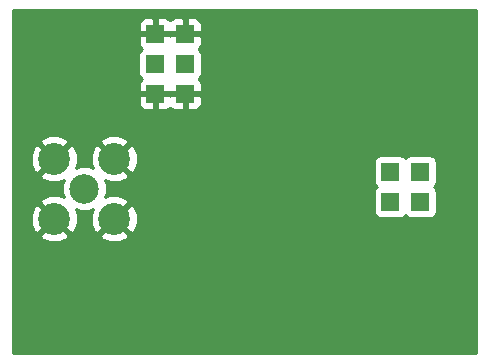
<source format=gbr>
G04 #@! TF.FileFunction,Copper,L1,Top,Signal*
%FSLAX46Y46*%
G04 Gerber Fmt 4.6, Leading zero omitted, Abs format (unit mm)*
G04 Created by KiCad (PCBNEW 201609251018+7233~55~ubuntu16.04.1-) date Thu Sep 29 13:06:48 2016*
%MOMM*%
%LPD*%
G01*
G04 APERTURE LIST*
%ADD10C,0.100000*%
%ADD11R,1.524000X1.524000*%
%ADD12C,6.000000*%
%ADD13C,2.500000*%
%ADD14C,2.700000*%
%ADD15C,0.800000*%
%ADD16C,0.400000*%
%ADD17C,0.254000*%
G04 APERTURE END LIST*
D10*
D11*
X101625400Y-73888600D03*
X99085400Y-73888600D03*
X101625400Y-71348600D03*
X99085400Y-71348600D03*
X101625400Y-68808600D03*
X99085400Y-68808600D03*
X121539000Y-83007200D03*
X118999000Y-83007200D03*
X121539000Y-80467200D03*
X118999000Y-80467200D03*
D12*
X91440000Y-91440000D03*
X91440000Y-71120000D03*
X121920000Y-71120000D03*
X121920000Y-91440000D03*
D13*
X93091000Y-81915000D03*
D14*
X95631000Y-84455000D03*
X90551000Y-84455000D03*
X90551000Y-79375000D03*
X95631000Y-79375000D03*
D15*
X102616000Y-87985600D03*
X104698800Y-89560400D03*
X108813600Y-87782400D03*
D16*
X102006400Y-89560400D02*
X102616000Y-88950800D01*
X102616000Y-88950800D02*
X102616000Y-87985600D01*
X104698800Y-89560400D02*
X102006400Y-89560400D01*
X108813600Y-87782400D02*
X107848400Y-86817200D01*
X107848400Y-86817200D02*
X101498400Y-86817200D01*
D17*
G36*
X126290000Y-95810000D02*
X87070000Y-95810000D01*
X87070000Y-85860593D01*
X89325012Y-85860593D01*
X89466478Y-86163782D01*
X90202955Y-86448737D01*
X90992418Y-86430164D01*
X91635522Y-86163782D01*
X91776988Y-85860593D01*
X94405012Y-85860593D01*
X94546478Y-86163782D01*
X95282955Y-86448737D01*
X96072418Y-86430164D01*
X96715522Y-86163782D01*
X96856988Y-85860593D01*
X95631000Y-84634605D01*
X94405012Y-85860593D01*
X91776988Y-85860593D01*
X90551000Y-84634605D01*
X89325012Y-85860593D01*
X87070000Y-85860593D01*
X87070000Y-84106955D01*
X88557263Y-84106955D01*
X88575836Y-84896418D01*
X88842218Y-85539522D01*
X89145407Y-85680988D01*
X90371395Y-84455000D01*
X89145407Y-83229012D01*
X88842218Y-83370478D01*
X88557263Y-84106955D01*
X87070000Y-84106955D01*
X87070000Y-80780593D01*
X89325012Y-80780593D01*
X89466478Y-81083782D01*
X90202955Y-81368737D01*
X90992418Y-81350164D01*
X91345164Y-81204052D01*
X91206328Y-81538405D01*
X91205674Y-82288305D01*
X91349087Y-82635392D01*
X90899045Y-82461263D01*
X90109582Y-82479836D01*
X89466478Y-82746218D01*
X89325012Y-83049407D01*
X90551000Y-84275395D01*
X90565143Y-84261253D01*
X90744748Y-84440858D01*
X90730605Y-84455000D01*
X91956593Y-85680988D01*
X92259782Y-85539522D01*
X92544737Y-84803045D01*
X92526164Y-84013582D01*
X92380052Y-83660836D01*
X92714405Y-83799672D01*
X93464305Y-83800326D01*
X93811392Y-83656913D01*
X93637263Y-84106955D01*
X93655836Y-84896418D01*
X93922218Y-85539522D01*
X94225407Y-85680988D01*
X95451395Y-84455000D01*
X95810605Y-84455000D01*
X97036593Y-85680988D01*
X97339782Y-85539522D01*
X97624737Y-84803045D01*
X97606164Y-84013582D01*
X97339782Y-83370478D01*
X97036593Y-83229012D01*
X95810605Y-84455000D01*
X95451395Y-84455000D01*
X95437253Y-84440858D01*
X95616858Y-84261253D01*
X95631000Y-84275395D01*
X96856988Y-83049407D01*
X96715522Y-82746218D01*
X95979045Y-82461263D01*
X95189582Y-82479836D01*
X94836836Y-82625948D01*
X94975672Y-82291595D01*
X94976326Y-81541695D01*
X94832913Y-81194608D01*
X95282955Y-81368737D01*
X96072418Y-81350164D01*
X96715522Y-81083782D01*
X96856988Y-80780593D01*
X95631000Y-79554605D01*
X95616858Y-79568748D01*
X95437253Y-79389143D01*
X95451395Y-79375000D01*
X95810605Y-79375000D01*
X97036593Y-80600988D01*
X97339782Y-80459522D01*
X97624737Y-79723045D01*
X97624318Y-79705200D01*
X117589560Y-79705200D01*
X117589560Y-81229200D01*
X117638843Y-81476965D01*
X117779191Y-81687009D01*
X117854307Y-81737200D01*
X117779191Y-81787391D01*
X117638843Y-81997435D01*
X117589560Y-82245200D01*
X117589560Y-83769200D01*
X117638843Y-84016965D01*
X117779191Y-84227009D01*
X117989235Y-84367357D01*
X118237000Y-84416640D01*
X119761000Y-84416640D01*
X120008765Y-84367357D01*
X120218809Y-84227009D01*
X120269000Y-84151893D01*
X120319191Y-84227009D01*
X120529235Y-84367357D01*
X120777000Y-84416640D01*
X122301000Y-84416640D01*
X122548765Y-84367357D01*
X122758809Y-84227009D01*
X122899157Y-84016965D01*
X122948440Y-83769200D01*
X122948440Y-82245200D01*
X122899157Y-81997435D01*
X122758809Y-81787391D01*
X122683693Y-81737200D01*
X122758809Y-81687009D01*
X122899157Y-81476965D01*
X122948440Y-81229200D01*
X122948440Y-79705200D01*
X122899157Y-79457435D01*
X122758809Y-79247391D01*
X122548765Y-79107043D01*
X122301000Y-79057760D01*
X120777000Y-79057760D01*
X120529235Y-79107043D01*
X120319191Y-79247391D01*
X120269000Y-79322507D01*
X120218809Y-79247391D01*
X120008765Y-79107043D01*
X119761000Y-79057760D01*
X118237000Y-79057760D01*
X117989235Y-79107043D01*
X117779191Y-79247391D01*
X117638843Y-79457435D01*
X117589560Y-79705200D01*
X97624318Y-79705200D01*
X97606164Y-78933582D01*
X97339782Y-78290478D01*
X97036593Y-78149012D01*
X95810605Y-79375000D01*
X95451395Y-79375000D01*
X94225407Y-78149012D01*
X93922218Y-78290478D01*
X93637263Y-79026955D01*
X93655836Y-79816418D01*
X93801948Y-80169164D01*
X93467595Y-80030328D01*
X92717695Y-80029674D01*
X92370608Y-80173087D01*
X92544737Y-79723045D01*
X92526164Y-78933582D01*
X92259782Y-78290478D01*
X91956593Y-78149012D01*
X90730605Y-79375000D01*
X90744748Y-79389143D01*
X90565143Y-79568748D01*
X90551000Y-79554605D01*
X89325012Y-80780593D01*
X87070000Y-80780593D01*
X87070000Y-79026955D01*
X88557263Y-79026955D01*
X88575836Y-79816418D01*
X88842218Y-80459522D01*
X89145407Y-80600988D01*
X90371395Y-79375000D01*
X89145407Y-78149012D01*
X88842218Y-78290478D01*
X88557263Y-79026955D01*
X87070000Y-79026955D01*
X87070000Y-77969407D01*
X89325012Y-77969407D01*
X90551000Y-79195395D01*
X91776988Y-77969407D01*
X94405012Y-77969407D01*
X95631000Y-79195395D01*
X96856988Y-77969407D01*
X96715522Y-77666218D01*
X95979045Y-77381263D01*
X95189582Y-77399836D01*
X94546478Y-77666218D01*
X94405012Y-77969407D01*
X91776988Y-77969407D01*
X91635522Y-77666218D01*
X90899045Y-77381263D01*
X90109582Y-77399836D01*
X89466478Y-77666218D01*
X89325012Y-77969407D01*
X87070000Y-77969407D01*
X87070000Y-74174350D01*
X97688400Y-74174350D01*
X97688400Y-74776910D01*
X97785073Y-75010299D01*
X97963702Y-75188927D01*
X98197091Y-75285600D01*
X98799650Y-75285600D01*
X98958400Y-75126850D01*
X98958400Y-74015600D01*
X99212400Y-74015600D01*
X99212400Y-75126850D01*
X99371150Y-75285600D01*
X99973709Y-75285600D01*
X100207098Y-75188927D01*
X100355400Y-75040626D01*
X100503702Y-75188927D01*
X100737091Y-75285600D01*
X101339650Y-75285600D01*
X101498400Y-75126850D01*
X101498400Y-74015600D01*
X101752400Y-74015600D01*
X101752400Y-75126850D01*
X101911150Y-75285600D01*
X102513709Y-75285600D01*
X102747098Y-75188927D01*
X102925727Y-75010299D01*
X103022400Y-74776910D01*
X103022400Y-74174350D01*
X102863650Y-74015600D01*
X101752400Y-74015600D01*
X101498400Y-74015600D01*
X100387150Y-74015600D01*
X100355400Y-74047350D01*
X100323650Y-74015600D01*
X99212400Y-74015600D01*
X98958400Y-74015600D01*
X97847150Y-74015600D01*
X97688400Y-74174350D01*
X87070000Y-74174350D01*
X87070000Y-70586600D01*
X97675960Y-70586600D01*
X97675960Y-72110600D01*
X97725243Y-72358365D01*
X97865591Y-72568409D01*
X97936312Y-72615663D01*
X97785073Y-72766901D01*
X97688400Y-73000290D01*
X97688400Y-73602850D01*
X97847150Y-73761600D01*
X98958400Y-73761600D01*
X98958400Y-73741600D01*
X99212400Y-73741600D01*
X99212400Y-73761600D01*
X100323650Y-73761600D01*
X100355400Y-73729850D01*
X100387150Y-73761600D01*
X101498400Y-73761600D01*
X101498400Y-73741600D01*
X101752400Y-73741600D01*
X101752400Y-73761600D01*
X102863650Y-73761600D01*
X103022400Y-73602850D01*
X103022400Y-73000290D01*
X102925727Y-72766901D01*
X102774488Y-72615663D01*
X102845209Y-72568409D01*
X102985557Y-72358365D01*
X103034840Y-72110600D01*
X103034840Y-70586600D01*
X102985557Y-70338835D01*
X102845209Y-70128791D01*
X102774488Y-70081537D01*
X102925727Y-69930299D01*
X103022400Y-69696910D01*
X103022400Y-69094350D01*
X102863650Y-68935600D01*
X101752400Y-68935600D01*
X101752400Y-68955600D01*
X101498400Y-68955600D01*
X101498400Y-68935600D01*
X100387150Y-68935600D01*
X100355400Y-68967350D01*
X100323650Y-68935600D01*
X99212400Y-68935600D01*
X99212400Y-68955600D01*
X98958400Y-68955600D01*
X98958400Y-68935600D01*
X97847150Y-68935600D01*
X97688400Y-69094350D01*
X97688400Y-69696910D01*
X97785073Y-69930299D01*
X97936312Y-70081537D01*
X97865591Y-70128791D01*
X97725243Y-70338835D01*
X97675960Y-70586600D01*
X87070000Y-70586600D01*
X87070000Y-67920290D01*
X97688400Y-67920290D01*
X97688400Y-68522850D01*
X97847150Y-68681600D01*
X98958400Y-68681600D01*
X98958400Y-67570350D01*
X99212400Y-67570350D01*
X99212400Y-68681600D01*
X100323650Y-68681600D01*
X100355400Y-68649850D01*
X100387150Y-68681600D01*
X101498400Y-68681600D01*
X101498400Y-67570350D01*
X101752400Y-67570350D01*
X101752400Y-68681600D01*
X102863650Y-68681600D01*
X103022400Y-68522850D01*
X103022400Y-67920290D01*
X102925727Y-67686901D01*
X102747098Y-67508273D01*
X102513709Y-67411600D01*
X101911150Y-67411600D01*
X101752400Y-67570350D01*
X101498400Y-67570350D01*
X101339650Y-67411600D01*
X100737091Y-67411600D01*
X100503702Y-67508273D01*
X100355400Y-67656574D01*
X100207098Y-67508273D01*
X99973709Y-67411600D01*
X99371150Y-67411600D01*
X99212400Y-67570350D01*
X98958400Y-67570350D01*
X98799650Y-67411600D01*
X98197091Y-67411600D01*
X97963702Y-67508273D01*
X97785073Y-67686901D01*
X97688400Y-67920290D01*
X87070000Y-67920290D01*
X87070000Y-66750000D01*
X126290000Y-66750000D01*
X126290000Y-95810000D01*
X126290000Y-95810000D01*
G37*
X126290000Y-95810000D02*
X87070000Y-95810000D01*
X87070000Y-85860593D01*
X89325012Y-85860593D01*
X89466478Y-86163782D01*
X90202955Y-86448737D01*
X90992418Y-86430164D01*
X91635522Y-86163782D01*
X91776988Y-85860593D01*
X94405012Y-85860593D01*
X94546478Y-86163782D01*
X95282955Y-86448737D01*
X96072418Y-86430164D01*
X96715522Y-86163782D01*
X96856988Y-85860593D01*
X95631000Y-84634605D01*
X94405012Y-85860593D01*
X91776988Y-85860593D01*
X90551000Y-84634605D01*
X89325012Y-85860593D01*
X87070000Y-85860593D01*
X87070000Y-84106955D01*
X88557263Y-84106955D01*
X88575836Y-84896418D01*
X88842218Y-85539522D01*
X89145407Y-85680988D01*
X90371395Y-84455000D01*
X89145407Y-83229012D01*
X88842218Y-83370478D01*
X88557263Y-84106955D01*
X87070000Y-84106955D01*
X87070000Y-80780593D01*
X89325012Y-80780593D01*
X89466478Y-81083782D01*
X90202955Y-81368737D01*
X90992418Y-81350164D01*
X91345164Y-81204052D01*
X91206328Y-81538405D01*
X91205674Y-82288305D01*
X91349087Y-82635392D01*
X90899045Y-82461263D01*
X90109582Y-82479836D01*
X89466478Y-82746218D01*
X89325012Y-83049407D01*
X90551000Y-84275395D01*
X90565143Y-84261253D01*
X90744748Y-84440858D01*
X90730605Y-84455000D01*
X91956593Y-85680988D01*
X92259782Y-85539522D01*
X92544737Y-84803045D01*
X92526164Y-84013582D01*
X92380052Y-83660836D01*
X92714405Y-83799672D01*
X93464305Y-83800326D01*
X93811392Y-83656913D01*
X93637263Y-84106955D01*
X93655836Y-84896418D01*
X93922218Y-85539522D01*
X94225407Y-85680988D01*
X95451395Y-84455000D01*
X95810605Y-84455000D01*
X97036593Y-85680988D01*
X97339782Y-85539522D01*
X97624737Y-84803045D01*
X97606164Y-84013582D01*
X97339782Y-83370478D01*
X97036593Y-83229012D01*
X95810605Y-84455000D01*
X95451395Y-84455000D01*
X95437253Y-84440858D01*
X95616858Y-84261253D01*
X95631000Y-84275395D01*
X96856988Y-83049407D01*
X96715522Y-82746218D01*
X95979045Y-82461263D01*
X95189582Y-82479836D01*
X94836836Y-82625948D01*
X94975672Y-82291595D01*
X94976326Y-81541695D01*
X94832913Y-81194608D01*
X95282955Y-81368737D01*
X96072418Y-81350164D01*
X96715522Y-81083782D01*
X96856988Y-80780593D01*
X95631000Y-79554605D01*
X95616858Y-79568748D01*
X95437253Y-79389143D01*
X95451395Y-79375000D01*
X95810605Y-79375000D01*
X97036593Y-80600988D01*
X97339782Y-80459522D01*
X97624737Y-79723045D01*
X97624318Y-79705200D01*
X117589560Y-79705200D01*
X117589560Y-81229200D01*
X117638843Y-81476965D01*
X117779191Y-81687009D01*
X117854307Y-81737200D01*
X117779191Y-81787391D01*
X117638843Y-81997435D01*
X117589560Y-82245200D01*
X117589560Y-83769200D01*
X117638843Y-84016965D01*
X117779191Y-84227009D01*
X117989235Y-84367357D01*
X118237000Y-84416640D01*
X119761000Y-84416640D01*
X120008765Y-84367357D01*
X120218809Y-84227009D01*
X120269000Y-84151893D01*
X120319191Y-84227009D01*
X120529235Y-84367357D01*
X120777000Y-84416640D01*
X122301000Y-84416640D01*
X122548765Y-84367357D01*
X122758809Y-84227009D01*
X122899157Y-84016965D01*
X122948440Y-83769200D01*
X122948440Y-82245200D01*
X122899157Y-81997435D01*
X122758809Y-81787391D01*
X122683693Y-81737200D01*
X122758809Y-81687009D01*
X122899157Y-81476965D01*
X122948440Y-81229200D01*
X122948440Y-79705200D01*
X122899157Y-79457435D01*
X122758809Y-79247391D01*
X122548765Y-79107043D01*
X122301000Y-79057760D01*
X120777000Y-79057760D01*
X120529235Y-79107043D01*
X120319191Y-79247391D01*
X120269000Y-79322507D01*
X120218809Y-79247391D01*
X120008765Y-79107043D01*
X119761000Y-79057760D01*
X118237000Y-79057760D01*
X117989235Y-79107043D01*
X117779191Y-79247391D01*
X117638843Y-79457435D01*
X117589560Y-79705200D01*
X97624318Y-79705200D01*
X97606164Y-78933582D01*
X97339782Y-78290478D01*
X97036593Y-78149012D01*
X95810605Y-79375000D01*
X95451395Y-79375000D01*
X94225407Y-78149012D01*
X93922218Y-78290478D01*
X93637263Y-79026955D01*
X93655836Y-79816418D01*
X93801948Y-80169164D01*
X93467595Y-80030328D01*
X92717695Y-80029674D01*
X92370608Y-80173087D01*
X92544737Y-79723045D01*
X92526164Y-78933582D01*
X92259782Y-78290478D01*
X91956593Y-78149012D01*
X90730605Y-79375000D01*
X90744748Y-79389143D01*
X90565143Y-79568748D01*
X90551000Y-79554605D01*
X89325012Y-80780593D01*
X87070000Y-80780593D01*
X87070000Y-79026955D01*
X88557263Y-79026955D01*
X88575836Y-79816418D01*
X88842218Y-80459522D01*
X89145407Y-80600988D01*
X90371395Y-79375000D01*
X89145407Y-78149012D01*
X88842218Y-78290478D01*
X88557263Y-79026955D01*
X87070000Y-79026955D01*
X87070000Y-77969407D01*
X89325012Y-77969407D01*
X90551000Y-79195395D01*
X91776988Y-77969407D01*
X94405012Y-77969407D01*
X95631000Y-79195395D01*
X96856988Y-77969407D01*
X96715522Y-77666218D01*
X95979045Y-77381263D01*
X95189582Y-77399836D01*
X94546478Y-77666218D01*
X94405012Y-77969407D01*
X91776988Y-77969407D01*
X91635522Y-77666218D01*
X90899045Y-77381263D01*
X90109582Y-77399836D01*
X89466478Y-77666218D01*
X89325012Y-77969407D01*
X87070000Y-77969407D01*
X87070000Y-74174350D01*
X97688400Y-74174350D01*
X97688400Y-74776910D01*
X97785073Y-75010299D01*
X97963702Y-75188927D01*
X98197091Y-75285600D01*
X98799650Y-75285600D01*
X98958400Y-75126850D01*
X98958400Y-74015600D01*
X99212400Y-74015600D01*
X99212400Y-75126850D01*
X99371150Y-75285600D01*
X99973709Y-75285600D01*
X100207098Y-75188927D01*
X100355400Y-75040626D01*
X100503702Y-75188927D01*
X100737091Y-75285600D01*
X101339650Y-75285600D01*
X101498400Y-75126850D01*
X101498400Y-74015600D01*
X101752400Y-74015600D01*
X101752400Y-75126850D01*
X101911150Y-75285600D01*
X102513709Y-75285600D01*
X102747098Y-75188927D01*
X102925727Y-75010299D01*
X103022400Y-74776910D01*
X103022400Y-74174350D01*
X102863650Y-74015600D01*
X101752400Y-74015600D01*
X101498400Y-74015600D01*
X100387150Y-74015600D01*
X100355400Y-74047350D01*
X100323650Y-74015600D01*
X99212400Y-74015600D01*
X98958400Y-74015600D01*
X97847150Y-74015600D01*
X97688400Y-74174350D01*
X87070000Y-74174350D01*
X87070000Y-70586600D01*
X97675960Y-70586600D01*
X97675960Y-72110600D01*
X97725243Y-72358365D01*
X97865591Y-72568409D01*
X97936312Y-72615663D01*
X97785073Y-72766901D01*
X97688400Y-73000290D01*
X97688400Y-73602850D01*
X97847150Y-73761600D01*
X98958400Y-73761600D01*
X98958400Y-73741600D01*
X99212400Y-73741600D01*
X99212400Y-73761600D01*
X100323650Y-73761600D01*
X100355400Y-73729850D01*
X100387150Y-73761600D01*
X101498400Y-73761600D01*
X101498400Y-73741600D01*
X101752400Y-73741600D01*
X101752400Y-73761600D01*
X102863650Y-73761600D01*
X103022400Y-73602850D01*
X103022400Y-73000290D01*
X102925727Y-72766901D01*
X102774488Y-72615663D01*
X102845209Y-72568409D01*
X102985557Y-72358365D01*
X103034840Y-72110600D01*
X103034840Y-70586600D01*
X102985557Y-70338835D01*
X102845209Y-70128791D01*
X102774488Y-70081537D01*
X102925727Y-69930299D01*
X103022400Y-69696910D01*
X103022400Y-69094350D01*
X102863650Y-68935600D01*
X101752400Y-68935600D01*
X101752400Y-68955600D01*
X101498400Y-68955600D01*
X101498400Y-68935600D01*
X100387150Y-68935600D01*
X100355400Y-68967350D01*
X100323650Y-68935600D01*
X99212400Y-68935600D01*
X99212400Y-68955600D01*
X98958400Y-68955600D01*
X98958400Y-68935600D01*
X97847150Y-68935600D01*
X97688400Y-69094350D01*
X97688400Y-69696910D01*
X97785073Y-69930299D01*
X97936312Y-70081537D01*
X97865591Y-70128791D01*
X97725243Y-70338835D01*
X97675960Y-70586600D01*
X87070000Y-70586600D01*
X87070000Y-67920290D01*
X97688400Y-67920290D01*
X97688400Y-68522850D01*
X97847150Y-68681600D01*
X98958400Y-68681600D01*
X98958400Y-67570350D01*
X99212400Y-67570350D01*
X99212400Y-68681600D01*
X100323650Y-68681600D01*
X100355400Y-68649850D01*
X100387150Y-68681600D01*
X101498400Y-68681600D01*
X101498400Y-67570350D01*
X101752400Y-67570350D01*
X101752400Y-68681600D01*
X102863650Y-68681600D01*
X103022400Y-68522850D01*
X103022400Y-67920290D01*
X102925727Y-67686901D01*
X102747098Y-67508273D01*
X102513709Y-67411600D01*
X101911150Y-67411600D01*
X101752400Y-67570350D01*
X101498400Y-67570350D01*
X101339650Y-67411600D01*
X100737091Y-67411600D01*
X100503702Y-67508273D01*
X100355400Y-67656574D01*
X100207098Y-67508273D01*
X99973709Y-67411600D01*
X99371150Y-67411600D01*
X99212400Y-67570350D01*
X98958400Y-67570350D01*
X98799650Y-67411600D01*
X98197091Y-67411600D01*
X97963702Y-67508273D01*
X97785073Y-67686901D01*
X97688400Y-67920290D01*
X87070000Y-67920290D01*
X87070000Y-66750000D01*
X126290000Y-66750000D01*
X126290000Y-95810000D01*
M02*

</source>
